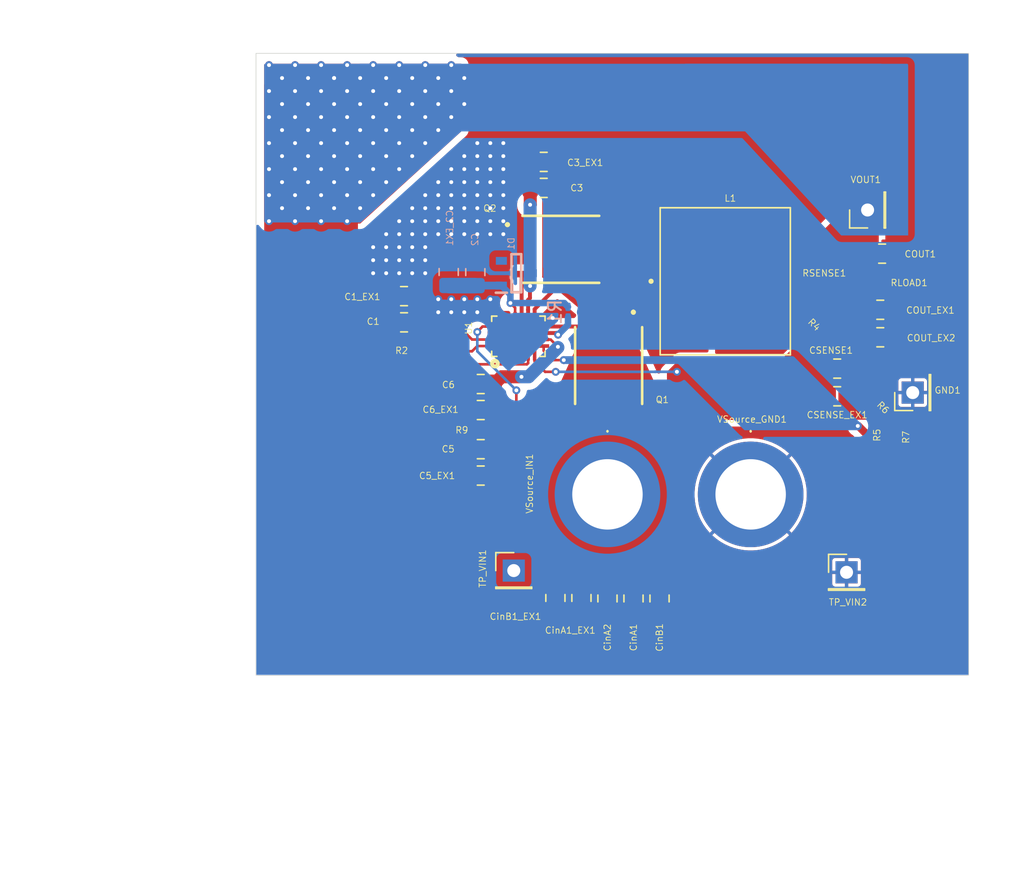
<source format=kicad_pcb>
(kicad_pcb (version 20241229) (generator "pcbnew") (generator_version "9.0")
  (layers (0 "F.Cu" signal) (2 "B.Cu" signal) (13 "F.Paste" user) (15 "B.Paste" user) (5 "F.SilkS" user "F.Silkscreen") (7 "B.SilkS" user "B.Silkscreen") (1 "F.Mask" user) (3 "B.Mask" user) (25 "Edge.Cuts" user))
  (net 0 "")
  (net 1 "/BG")
  (net 2 "Net-(U1-TRACK{slash}SS)")
  (net 3 "GND")
  (net 4 "/INTVCC")
  (net 5 "/SW")
  (net 6 "/BOOST")
  (net 7 "/Vout")
  (net 8 "/SENSE+")
  (net 9 "/VFB")
  (net 10 "/VIN")
  (net 12 "Net-(L1-Pad2)")
  (net 13 "/TG")
  (net 14 "Net-(U1-PGOOD)")
  (net 15 "Net-(U1-FREQ)")
  (net 19 "Net-(C5-Pad2)")
  (net 20 "/ITH")
  (net 21 "Net-(R6-Pad2)")
  (footprint "Capacitor_SMD:C_0805_2012Metric_Pad1.18x1.45mm_HandSolder" (layer "F.Cu") (at 132.104715 124.44316)
    (property "Reference" "C3" (at 2.537616 0.003537 180) (layer "F.SilkS") (effects (font (size 0.5 0.5) (thickness 0.0625))))
    (property "Value" "0.1uF")
    (pad "1" smd roundrect (at -1.0375 0) (size 1.175 1.45) (layers "F.Cu" "F.Mask" "F.Paste") (roundrect_rratio 0.212766) (net 6 "/BOOST"))
    (pad "2" smd roundrect (at 1.0375 0) (size 1.175 1.45) (layers "F.Cu" "F.Mask" "F.Paste") (roundrect_rratio 0.212766) (net 5 "/SW"))
  )
  (footprint "Inductor_SMD:IND_XGL1010-333MED" (layer "F.Cu") (at 146.048346 131.618655)
    (property "Reference" "L1" (at 0.389312 -6.37982 0) (layer "F.SilkS") (effects (font (size 0.5 0.5) (thickness 0.0625))))
    (property "Value" "33uH")
    (pad "1" smd rect (at -3.325 0) (size 2.38 8.5) (layers "F.Cu" "F.Mask" "F.Paste") (net 5 "/SW"))
    (pad "2" smd rect (at 3.325 0) (size 2.38 8.5) (layers "F.Cu" "F.Mask" "F.Paste") (net 12 "Net-(L1-Pad2)"))
  )
  (footprint "Capacitor_SMD:C_0805_2012Metric_Pad1.18x1.45mm_HandSolder" (layer "F.Cu") (at 158.09828 129.49675)
    (property "Reference" "COUT1" (at 2.932663 0.032736 0) (layer "F.SilkS") (effects (font (size 0.5 0.5) (thickness 0.0625))))
    (property "Value" "100uF")
    (pad "1" smd roundrect (at -1.0375 0) (size 1.175 1.45) (layers "F.Cu" "F.Mask" "F.Paste") (roundrect_rratio 0.212766) (net 7 "/Vout"))
    (pad "2" smd roundrect (at 1.0375 0) (size 1.175 1.45) (layers "F.Cu" "F.Mask" "F.Paste") (roundrect_rratio 0.212766) (net 3 "GND"))
  )
  (footprint "Capacitor_SMD:C_0805_2012Metric_Pad1.18x1.45mm_HandSolder" (layer "F.Cu") (at 127.264522 144.52691 180)
    (property "Reference" "C5" (at 2.501513 0.009839 0) (layer "F.SilkS") (effects (font (size 0.5 0.5) (thickness 0.0625))))
    (property "Value" "2.2uF")
    (pad "1" smd roundrect (at -1.0375 0 180) (size 1.175 1.45) (layers "F.Cu" "F.Mask" "F.Paste") (roundrect_rratio 0.212766) (net 3 "GND"))
    (pad "2" smd roundrect (at 1.0375 0 180) (size 1.175 1.45) (layers "F.Cu" "F.Mask" "F.Paste") (roundrect_rratio 0.212766) (net 19 "Net-(C5-Pad2)"))
  )
  (footprint "Resistor_SMD:R_0201_0603Metric_Pad0.64x0.40mm_HandSolder" (layer "F.Cu") (at 152.351396 135.489489 -45)
    (property "Reference" "R4" (at 0 -0.745525 135) (layer "F.SilkS") (effects (font (size 0.5 0.5) (thickness 0.0625))))
    (property "Value" "100Ohm")
    (pad "1" smd roundrect (at -0.4075 0 315) (size 0.635 0.4) (layers "F.Cu" "F.Mask") (net 12 "Net-(L1-Pad2)"))
    (pad "2" smd roundrect (at 0.4075 0 315) (size 0.635 0.4) (layers "F.Cu" "F.Mask") (net 8 "/SENSE+"))
  )
  (footprint "Capacitor_SMD:C_0805_2012Metric_Pad1.18x1.45mm_HandSolder" (layer "F.Cu") (at 127.264522 146.554275 180)
    (property "Reference" "C5_EX1" (at 3.354552 -0.015937 0) (layer "F.SilkS") (effects (font (size 0.5 0.5) (thickness 0.0625))))
    (property "Value" "~")
    (pad "1" smd roundrect (at -1.0375 0 180) (size 1.175 1.45) (layers "F.Cu" "F.Mask" "F.Paste") (roundrect_rratio 0.212766) (net 3 "GND"))
    (pad "2" smd roundrect (at 1.0375 0 180) (size 1.175 1.45) (layers "F.Cu" "F.Mask" "F.Paste") (roundrect_rratio 0.212766) (net 19 "Net-(C5-Pad2)"))
  )
  (footprint "Capacitor_SMD:C_0805_2012Metric_Pad1.18x1.45mm_HandSolder" (layer "F.Cu") (at 157.956693 135.92484 180)
    (property "Reference" "COUT_EX2" (at -3.907825 -0.056635 0) (layer "F.SilkS") (effects (font (size 0.5 0.5) (thickness 0.0625))))
    (property "Value" "~")
    (pad "1" smd roundrect (at -1.0375 0 180) (size 1.175 1.45) (layers "F.Cu" "F.Mask" "F.Paste") (roundrect_rratio 0.212766) (net 3 "GND"))
    (pad "2" smd roundrect (at 1.0375 0 180) (size 1.175 1.45) (layers "F.Cu" "F.Mask" "F.Paste") (roundrect_rratio 0.212766) (net 7 "/Vout"))
  )
  (footprint "Resistor_SMD:R_0201_0603Metric_Pad0.64x0.40mm_HandSolder" (layer "F.Cu") (at 159.143009 143.688321 90)
    (property "Reference" "R5" (at 0.240368 -1.434961 90) (layer "F.SilkS") (effects (font (size 0.5 0.5) (thickness 0.0625))))
    (property "Value" "6.8kOhm")
    (pad "1" smd roundrect (at -0.4075 0 90) (size 0.635 0.4) (layers "F.Cu" "F.Mask") (net 9 "/VFB"))
    (pad "2" smd roundrect (at 0.4075 0 90) (size 0.635 0.4) (layers "F.Cu" "F.Mask") (net 3 "GND"))
  )
  (footprint "Capacitor_SMD:C_0805_2012Metric_Pad1.18x1.45mm_HandSolder" (layer "F.Cu") (at 154.64839 138.332803)
    (property "Reference" "CSENSE1" (at -0.473587 -1.402784 0) (layer "F.SilkS") (effects (font (size 0.5 0.5) (thickness 0.0625))))
    (property "Value" "0.1uF")
    (pad "1" smd roundrect (at -1.0375 0) (size 1.175 1.45) (layers "F.Cu" "F.Mask" "F.Paste") (roundrect_rratio 0.212766) (net 8 "/SENSE+"))
    (pad "2" smd roundrect (at 1.0375 0) (size 1.175 1.45) (layers "F.Cu" "F.Mask" "F.Paste") (roundrect_rratio 0.212766) (net 7 "/Vout"))
  )
  (footprint "Transistor_Power:BSC100N06LS3G" (layer "F.Cu") (at 130.416312 129.165255 -90)
    (property "Reference" "Q2" (at -3.147577 2.447714 0) (layer "F.SilkS") (effects (font (size 0.5 0.5) (thickness 0.0625))))
    (property "Value" "BSC100N06LS3_G" (hide yes))
    (pad "1" smd rect (at -1.905 0 270) (size 0.5 0.85) (layers "F.Cu" "F.Mask" "F.Paste") (net 3 "GND"))
    (pad "2" smd rect (at -0.635 0 270) (size 0.5 0.85) (layers "F.Cu" "F.Mask" "F.Paste") (net 3 "GND"))
    (pad "3" smd rect (at 0.635 0 270) (size 0.5 0.85) (layers "F.Cu" "F.Mask" "F.Paste") (net 3 "GND"))
    (pad "4" smd rect (at 1.905 0 270) (size 0.5 0.85) (layers "F.Cu" "F.Mask" "F.Paste") (net 1 "/BG"))
    (pad "5" smd rect (at 1.905 -5.825 270) (size 0.6 0.8) (layers "F.Cu" "F.Mask" "F.Paste") (net 5 "/SW"))
    (pad "6" smd rect (at 0.635 -5.825 270) (size 0.6 0.8) (layers "F.Cu" "F.Mask" "F.Paste") (net 5 "/SW"))
    (pad "7" smd rect (at -0.635 -5.825 270) (size 0.6 0.8) (layers "F.Cu" "F.Mask" "F.Paste") (net 5 "/SW"))
    (pad "8" smd rect (at -1.905 -5.825 270) (size 0.6 0.8) (layers "F.Cu" "F.Mask" "F.Paste") (net 5 "/SW"))
    (pad "9" smd rect (at 0 -3.55) (size 3.75 4.41) (layers "F.Cu" "F.Mask" "F.Paste") (net 5 "/SW"))
  )
  (footprint "Resistor_SMD:R_0201_0603Metric_Pad0.64x0.40mm_HandSolder" (layer "F.Cu") (at 152.631416 131.747236)
    (property "Reference" "RSENSE1" (at 1.025858 -0.751797 0) (layer "F.SilkS") (effects (font (size 0.5 0.5) (thickness 0.0625))))
    (property "Value" "3mOhm")
    (pad "1" smd roundrect (at -0.4075 0) (size 0.635 0.4) (layers "F.Cu" "F.Mask") (net 12 "Net-(L1-Pad2)"))
    (pad "2" smd roundrect (at 0.4075 0) (size 0.635 0.4) (layers "F.Cu" "F.Mask") (net 7 "/Vout"))
  )
  (footprint "Battery:5754" (layer "F.Cu") (at 137 148 -90)
    (property "Reference" "VSource_IN1" (at -0.819305 5.982941 90) (layer "F.SilkS") (effects (font (size 0.5 0.5) (thickness 0.0625))))
    (property "Value" "575-4" (hide yes))
    (pad "1" thru_hole circle (at 0 0 270) (size 8.115 8.115) (drill 5.41) (layers "*.Cu" "*.Mask") (net 10 "/VIN"))
  )
  (footprint "Capacitor_SMD:C_0805_2012Metric_Pad1.18x1.45mm_HandSolder" (layer "F.Cu") (at 121.370276 132.763151)
    (property "Reference" "C1_EX1" (at -3.196261 0.050005 0) (layer "F.SilkS") (effects (font (size 0.5 0.5) (thickness 0.0625))))
    (property "Value" "~")
    (pad "1" smd roundrect (at -1.0375 0) (size 1.175 1.45) (layers "F.Cu" "F.Mask" "F.Paste") (roundrect_rratio 0.212766) (net 3 "GND"))
    (pad "2" smd roundrect (at 1.0375 0) (size 1.175 1.45) (layers "F.Cu" "F.Mask" "F.Paste") (roundrect_rratio 0.212766) (net 2 "Net-(U1-TRACK{slash}SS)"))
  )
  (footprint "Capacitor_SMD:C_0805_2012Metric_Pad1.18x1.45mm_HandSolder" (layer "F.Cu") (at 132.104715 122.44316 180)
    (property "Reference" "C3_EX1" (at -3.185428 -0.060103 0) (layer "F.SilkS") (effects (font (size 0.5 0.5) (thickness 0.0625))))
    (property "Value" "~")
    (pad "1" smd roundrect (at -1.0375 0 180) (size 1.175 1.45) (layers "F.Cu" "F.Mask" "F.Paste") (roundrect_rratio 0.212766) (net 5 "/SW"))
    (pad "2" smd roundrect (at 1.0375 0 180) (size 1.175 1.45) (layers "F.Cu" "F.Mask" "F.Paste") (roundrect_rratio 0.212766) (net 6 "/BOOST"))
  )
  (footprint "Resistor_SMD:R_0201_0603Metric_Pad0.64x0.40mm_HandSolder" (layer "F.Cu") (at 157.629797 141.841115 -45)
    (property "Reference" "R6" (at 0.023157 -0.744559 135) (layer "F.SilkS") (effects (font (size 0.5 0.5) (thickness 0.0625))))
    (property "Value" "2.7kOhm")
    (pad "1" smd roundrect (at -0.4075 0 315) (size 0.635 0.4) (layers "F.Cu" "F.Mask") (net 7 "/Vout"))
    (pad "2" smd roundrect (at 0.4075 0 315) (size 0.635 0.4) (layers "F.Cu" "F.Mask") (net 21 "Net-(R6-Pad2)"))
  )
  (footprint "Connector_PinHeader_2.54mm:PinHeader_1x01_P2.54mm_Vertical" (layer "F.Cu") (at 156.982531 126.142225 90)
    (property "Reference" "VOUT1" (at 2.331906 -0.139639 0) (layer "F.SilkS") (effects (font (size 0.5 0.5) (thickness 0.0625))))
    (property "Value" "~")
    (pad "1" thru_hole rect (at 0 0 90) (size 1.7 1.7) (drill 1) (layers "*.Cu" "*.Mask") (net 7 "/Vout"))
  )
  (footprint "Library:QFN50P400X300X80-21N" (layer "F.Cu") (at 130.155134 135.848045 90)
    (property "Reference" "U1" (at 0.63619 -3.81714 90) (layer "F.SilkS") (effects (font (size 0.5 0.5) (thickness 0.0625))))
    (property "Value" "LTC7800HUDC_PBF")
    (pad "1" smd rect (at -1.445 -1.25 90) (size 0.84 0.27) (layers "F.Cu" "F.Mask" "F.Paste"))
    (pad "2" smd rect (at -1.445 -0.75 90) (size 0.84 0.27) (layers "F.Cu" "F.Mask" "F.Paste") (net 3 "GND"))
    (pad "3" smd rect (at -1.445 -0.25 90) (size 0.84 0.27) (layers "F.Cu" "F.Mask" "F.Paste") (net 3 "GND"))
    (pad "4" smd rect (at -1.445 0.25 90) (size 0.84 0.27) (layers "F.Cu" "F.Mask" "F.Paste"))
    (pad "5" smd rect (at -1.445 0.75 90) (size 0.84 0.27) (layers "F.Cu" "F.Mask" "F.Paste") (net 7 "/Vout"))
    (pad "6" smd rect (at -1.445 1.25 90) (size 0.84 0.27) (layers "F.Cu" "F.Mask" "F.Paste") (net 8 "/SENSE+"))
    (pad "7" smd rect (at -0.75 1.945 90) (size 0.27 0.84) (layers "F.Cu" "F.Mask" "F.Paste") (net 9 "/VFB"))
    (pad "8" smd rect (at -0.25 1.945 90) (size 0.27 0.84) (layers "F.Cu" "F.Mask" "F.Paste") (net 20 "/ITH"))
    (pad "9" smd rect (at 0.25 1.945 90) (size 0.27 0.84) (layers "F.Cu" "F.Mask" "F.Paste") (net 14 "Net-(U1-PGOOD)"))
    (pad "10" smd rect (at 0.75 1.945 90) (size 0.27 0.84) (layers "F.Cu" "F.Mask" "F.Paste") (net 13 "/TG"))
    (pad "11" smd rect (at 1.445 1.25 90) (size 0.84 0.27) (layers "F.Cu" "F.Mask" "F.Paste") (net 5 "/SW"))
    (pad "12" smd rect (at 1.445 0.75 90) (size 0.84 0.27) (layers "F.Cu" "F.Mask" "F.Paste") (net 6 "/BOOST"))
    (pad "13" smd rect (at 1.445 0.25 90) (size 0.84 0.27) (layers "F.Cu" "F.Mask" "F.Paste") (net 1 "/BG"))
    (pad "14" smd rect (at 1.445 -0.25 90) (size 0.84 0.27) (layers "F.Cu" "F.Mask" "F.Paste") (net 4 "/INTVCC"))
    (pad "15" smd rect (at 1.445 -0.75 90) (size 0.84 0.27) (layers "F.Cu" "F.Mask" "F.Paste") (net 3 "GND"))
    (pad "16" smd rect (at 1.445 -1.25 90) (size 0.84 0.27) (layers "F.Cu" "F.Mask" "F.Paste") (net 3 "GND"))
    (pad "17" smd rect (at 0.75 -1.945 90) (size 0.27 0.84) (layers "F.Cu" "F.Mask" "F.Paste") (net 10 "/VIN"))
    (pad "18" smd rect (at 0.25 -1.945 90) (size 0.27 0.84) (layers "F.Cu" "F.Mask" "F.Paste"))
    (pad "19" smd rect (at -0.25 -1.945 90) (size 0.27 0.84) (layers "F.Cu" "F.Mask" "F.Paste") (net 2 "Net-(U1-TRACK{slash}SS)"))
    (pad "20" smd rect (at -0.75 -1.945 90) (size 0.27 0.84) (layers "F.Cu" "F.Mask" "F.Paste") (net 15 "Net-(U1-FREQ)"))
    (pad "21" smd rect (at 0 0 90) (size 1.65 2.65) (layers "F.Cu" "F.Mask") (net 3 "GND"))
  )
  (footprint "Resistor_SMD:R_0201_0603Metric_Pad0.64x0.40mm_HandSolder" (layer "F.Cu") (at 158.353713 143.688321 -90)
    (property "Reference" "R7" (at -0.082069 -1.57931 90) (layer "F.SilkS") (effects (font (size 0.5 0.5) (thickness 0.0625))))
    (property "Value" "33kOhm")
    (pad "1" smd roundrect (at -0.4075 0 270) (size 0.635 0.4) (layers "F.Cu" "F.Mask") (net 21 "Net-(R6-Pad2)"))
    (pad "2" smd roundrect (at 0.4075 0 270) (size 0.635 0.4) (layers "F.Cu" "F.Mask") (net 9 "/VFB"))
  )
  (footprint "Resistor_SMD:R_0201_0603Metric_Pad0.64x0.40mm_HandSolder" (layer "F.Cu") (at 122.563609 136.967511)
    (property "Reference" "R2" (at -1.375483 -0.018469 0) (layer "F.SilkS") (effects (font (size 0.5 0.5) (thickness 0.0625))))
    (property "Value" "25.5kOhm")
    (pad "1" smd roundrect (at -0.4075 0) (size 0.635 0.4) (layers "F.Cu" "F.Mask") (net 3 "GND"))
    (pad "2" smd roundrect (at 0.4075 0) (size 0.635 0.4) (layers "F.Cu" "F.Mask") (net 15 "Net-(U1-FREQ)"))
  )
  (footprint "Capacitor_SMD:C_0805_2012Metric_Pad1.18x1.45mm_HandSolder" (layer "F.Cu") (at 137 156 -90)
    (property "Reference" "CinA2" (at 3 0 90) (layer "F.SilkS") (effects (font (size 0.5 0.5) (thickness 0.0625))))
    (property "Value" "2.2uF")
    (pad "1" smd roundrect (at -1.0375 0 270) (size 1.175 1.45) (layers "F.Cu" "F.Mask" "F.Paste") (roundrect_rratio 0.212766) (net 10 "/VIN"))
    (pad "2" smd roundrect (at 1.0375 0 270) (size 1.175 1.45) (layers "F.Cu" "F.Mask" "F.Paste") (roundrect_rratio 0.212766) (net 3 "GND"))
  )
  (footprint "Connector_PinHeader_2.54mm:PinHeader_1x01_P2.54mm_Vertical" (layer "F.Cu") (at 129.801819 153.856766)
    (property "Reference" "TP_VIN1" (at -2.389249 -0.149022 90) (layer "F.SilkS") (effects (font (size 0.5 0.5) (thickness 0.0625))))
    (property "Value" "~")
    (pad "1" thru_hole rect (at 0 0) (size 1.7 1.7) (drill 1) (layers "*.Cu" "*.Mask") (net 10 "/VIN"))
  )
  (footprint "Resistor_SMD:R_0201_0603Metric_Pad0.64x0.40mm_HandSolder" (layer "F.Cu") (at 127.264522 143.038117 180)
    (property "Reference" "R9" (at 1.453008 -0.0211 0) (layer "F.SilkS") (effects (font (size 0.5 0.5) (thickness 0.0625))))
    (property "Value" "3.92kOhm")
    (pad "1" smd roundrect (at -0.4075 0 180) (size 0.635 0.4) (layers "F.Cu" "F.Mask") (net 20 "/ITH"))
    (pad "2" smd roundrect (at 0.4075 0 180) (size 0.635 0.4) (layers "F.Cu" "F.Mask") (net 19 "Net-(C5-Pad2)"))
  )
  (footprint "Battery:5754" (layer "F.Cu") (at 148 148 -90)
    (property "Reference" "VSource_GND1" (at -5.767569 -0.101091 180) (layer "F.SilkS") (effects (font (size 0.5 0.5) (thickness 0.0625))))
    (property "Value" "575-4" (hide yes))
    (pad "1" thru_hole circle (at 0 0 270) (size 8.115 8.115) (drill 5.41) (layers "*.Cu" "*.Mask") (net 3 "GND"))
  )
  (footprint "Capacitor_SMD:C_0805_2012Metric_Pad1.18x1.45mm_HandSolder" (layer "F.Cu") (at 121.373188 134.775784)
    (property "Reference" "C1" (at -2.368039 -0.062893 0) (layer "F.SilkS") (effects (font (size 0.5 0.5) (thickness 0.0625))))
    (property "Value" "0.05uF")
    (pad "1" smd roundrect (at -1.0375 0) (size 1.175 1.45) (layers "F.Cu" "F.Mask" "F.Paste") (roundrect_rratio 0.212766) (net 3 "GND"))
    (pad "2" smd roundrect (at 1.0375 0) (size 1.175 1.45) (layers "F.Cu" "F.Mask" "F.Paste") (roundrect_rratio 0.212766) (net 2 "Net-(U1-TRACK{slash}SS)"))
  )
  (footprint "Capacitor_SMD:C_0805_2012Metric_Pad1.18x1.45mm_HandSolder" (layer "F.Cu") (at 127.264522 141.518059)
    (property "Reference" "C6_EX1" (at -3.083715 -0.036625 0) (layer "F.SilkS") (effects (font (size 0.5 0.5) (thickness 0.0625))))
    (property "Value" "~")
    (pad "1" smd roundrect (at -1.0375 0) (size 1.175 1.45) (layers "F.Cu" "F.Mask" "F.Paste") (roundrect_rratio 0.212766) (net 3 "GND"))
    (pad "2" smd roundrect (at 1.0375 0) (size 1.175 1.45) (layers "F.Cu" "F.Mask" "F.Paste") (roundrect_rratio 0.212766) (net 20 "/ITH"))
  )
  (footprint "Capacitor_SMD:C_0805_2012Metric_Pad1.18x1.45mm_HandSolder" (layer "F.Cu") (at 154.64839 140.461028 180)
    (property "Reference" "CSENSE_EX1" (at 0 -1.434757 0) (layer "F.SilkS") (effects (font (size 0.5 0.5) (thickness 0.0625))))
    (property "Value" "~")
    (pad "1" smd roundrect (at -1.0375 0 180) (size 1.175 1.45) (layers "F.Cu" "F.Mask" "F.Paste") (roundrect_rratio 0.212766) (net 7 "/Vout"))
    (pad "2" smd roundrect (at 1.0375 0 180) (size 1.175 1.45) (layers "F.Cu" "F.Mask" "F.Paste") (roundrect_rratio 0.212766) (net 8 "/SENSE+"))
  )
  (footprint "Capacitor_SMD:C_0805_2012Metric_Pad1.18x1.45mm_HandSolder" (layer "F.Cu") (at 127.264522 139.518059)
    (property "Reference" "C6" (at -2.482653 0.058115 0) (layer "F.SilkS") (effects (font (size 0.5 0.5) (thickness 0.0625))))
    (property "Value" "100pF")
    (pad "1" smd roundrect (at -1.0375 0) (size 1.175 1.45) (layers "F.Cu" "F.Mask" "F.Paste") (roundrect_rratio 0.212766) (net 3 "GND"))
    (pad "2" smd roundrect (at 1.0375 0) (size 1.175 1.45) (layers "F.Cu" "F.Mask" "F.Paste") (roundrect_rratio 0.212766) (net 20 "/ITH"))
  )
  (footprint "Capacitor_SMD:C_0805_2012Metric_Pad1.18x1.45mm_HandSolder" (layer "F.Cu") (at 133 155.9625 -90)
    (property "Reference" "CinB1_EX1" (at 1.426303 3.065683 180) (layer "F.SilkS") (effects (font (size 0.5 0.5) (thickness 0.0625))))
    (property "Value" "~")
    (pad "1" smd roundrect (at -1.0375 0 270) (size 1.175 1.45) (layers "F.Cu" "F.Mask" "F.Paste") (roundrect_rratio 0.212766) (net 10 "/VIN"))
    (pad "2" smd roundrect (at 1.0375 0 270) (size 1.175 1.45) (layers "F.Cu" "F.Mask" "F.Paste") (roundrect_rratio 0.212766) (net 3 "GND"))
  )
  (footprint "Capacitor_SMD:C_0805_2012Metric_Pad1.18x1.45mm_HandSolder" (layer "F.Cu") (at 141 156 -90)
    (property "Reference" "CinB1" (at 3 0 90) (layer "F.SilkS") (effects (font (size 0.5 0.5) (thickness 0.0625))))
    (property "Value" "56uF")
    (pad "1" smd roundrect (at -1.0375 0 270) (size 1.175 1.45) (layers "F.Cu" "F.Mask" "F.Paste") (roundrect_rratio 0.212766) (net 10 "/VIN"))
    (pad "2" smd roundrect (at 1.0375 0 270) (size 1.175 1.45) (layers "F.Cu" "F.Mask" "F.Paste") (roundrect_rratio 0.212766) (net 3 "GND"))
  )
  (footprint "Connector_PinHeader_2.54mm:PinHeader_1x01_P2.54mm_Vertical" (layer "F.Cu") (at 160.447591 140.17607 90)
    (property "Reference" "GND1" (at 0.180703 2.686496 0) (layer "F.SilkS") (effects (font (size 0.5 0.5) (thickness 0.0625))))
    (property "Value" "~")
    (pad "1" thru_hole rect (at 0 0 90) (size 1.7 1.7) (drill 1) (layers "*.Cu" "*.Mask") (net 3 "GND"))
  )
  (footprint "Transistor_Power:BSC100N06LS3G" (layer "F.Cu") (at 137.089125 135.097729 180)
    (property "Reference" "Q1" (at -4.125389 -5.625849 0) (layer "F.SilkS") (effects (font (size 0.5 0.5) (thickness 0.0625))))
    (property "Value" "BSC100N06LS3_G" (hide yes))
    (pad "1" smd rect (at -1.905 0 180) (size 0.5 0.85) (layers "F.Cu" "F.Mask" "F.Paste") (net 5 "/SW"))
    (pad "2" smd rect (at -0.635 0 180) (size 0.5 0.85) (layers "F.Cu" "F.Mask" "F.Paste") (net 5 "/SW"))
    (pad "3" smd rect (at 0.635 0 180) (size 0.5 0.85) (layers "F.Cu" "F.Mask" "F.Paste") (net 5 "/SW"))
    (pad "4" smd rect (at 1.905 0 180) (size 0.5 0.85) (layers "F.Cu" "F.Mask" "F.Paste") (net 13 "/TG"))
    (pad "5" smd rect (at 1.905 -5.825 180) (size 0.6 0.8) (layers "F.Cu" "F.Mask" "F.Paste") (net 10 "/VIN"))
    (pad "6" smd rect (at 0.635 -5.825 180) (size 0.6 0.8) (layers "F.Cu" "F.Mask" "F.Paste") (net 10 "/VIN"))
    (pad "7" smd rect (at -0.635 -5.825 180) (size 0.6 0.8) (layers "F.Cu" "F.Mask" "F.Paste") (net 10 "/VIN"))
    (pad "8" smd rect (at -1.905 -5.825 180) (size 0.6 0.8) (layers "F.Cu" "F.Mask" "F.Paste") (net 10 "/VIN"))
    (pad "9" smd rect (at 0 -3.55 270) (size 3.75 4.41) (layers "F.Cu" "F.Mask" "F.Paste") (net 10 "/VIN"))
  )
  (footprint "Capacitor_SMD:C_0805_2012Metric_Pad1.18x1.45mm_HandSolder" (layer "F.Cu") (at 157.956693 133.810461 180)
    (property "Reference" "COUT_EX1" (at -3.851189 -0.037757 0) (layer "F.SilkS") (effects (font (size 0.5 0.5) (thickness 0.0625))))
    (property "Value" "~")
    (pad "1" smd roundrect (at -1.0375 0 180) (size 1.175 1.45) (layers "F.Cu" "F.Mask" "F.Paste") (roundrect_rratio 0.212766) (net 3 "GND"))
    (pad "2" smd roundrect (at 1.0375 0 180) (size 1.175 1.45) (layers "F.Cu" "F.Mask" "F.Paste") (roundrect_rratio 0.212766) (net 7 "/Vout"))
  )
  (footprint "Capacitor_SMD:C_0805_2012Metric_Pad1.18x1.45mm_HandSolder" (layer "F.Cu") (at 135 155.9625 90)
    (property "Reference" "CinA1_EX1" (at -2.487797 -0.857616 0) (layer "F.SilkS") (effects (font (size 0.5 0.5) (thickness 0.0625))))
    (property "Value" "~")
    (pad "1" smd roundrect (at -1.0375 0 90) (size 1.175 1.45) (layers "F.Cu" "F.Mask" "F.Paste") (roundrect_rratio 0.212766) (net 3 "GND"))
    (pad "2" smd roundrect (at 1.0375 0 90) (size 1.175 1.45) (layers "F.Cu" "F.Mask" "F.Paste") (roundrect_rratio 0.212766) (net 10 "/VIN"))
  )
  (footprint "Capacitor_SMD:C_0805_2012Metric_Pad1.18x1.45mm_HandSolder" (layer "F.Cu") (at 139 156 -90)
    (property "Reference" "CinA1" (at 3 0 90) (layer "F.SilkS") (effects (font (size 0.5 0.5) (thickness 0.0625))))
    (property "Value" "2.2uF")
    (pad "1" smd roundrect (at -1.0375 0 270) (size 1.175 1.45) (layers "F.Cu" "F.Mask" "F.Paste") (roundrect_rratio 0.212766) (net 10 "/VIN"))
    (pad "2" smd roundrect (at 1.0375 0 270) (size 1.175 1.45) (layers "F.Cu" "F.Mask" "F.Paste") (roundrect_rratio 0.212766) (net 3 "GND"))
  )
  (footprint "Connector_PinHeader_2.54mm:PinHeader_1x01_P2.54mm_Vertical" (layer "F.Cu") (at 155.365514 153.98934)
    (property "Reference" "TP_VIN2" (at 0.109127 2.300472 0) (layer "F.SilkS") (effects (font (size 0.5 0.5) (thickness 0.0625))))
    (property "Value" "~")
    (pad "1" thru_hole rect (at 0 0) (size 1.7 1.7) (drill 1) (layers "*.Cu" "*.Mask") (net 3 "GND"))
  )
  (footprint "Resistor_SMD:R_0201_0603Metric_Pad0.64x0.40mm_HandSolder" (layer "F.Cu") (at 157.956693 131.745663)
    (property "Reference" "RLOAD1" (at 2.218627 -0.00957 0) (layer "F.SilkS") (effects (font (size 0.5 0.5) (thickness 0.0625))))
    (property "Value" "5Ohm")
    (pad "1" smd roundrect (at -0.4075 0) (size 0.635 0.4) (layers "F.Cu" "F.Mask") (net 7 "/Vout"))
    (pad "2" smd roundrect (at 0.4075 0) (size 0.635 0.4) (layers "F.Cu" "F.Mask") (net 3 "GND"))
  )
  (footprint "Capacitor_SMD:C_0805_2012Metric_Pad1.18x1.45mm_HandSolder" (layer "B.Cu") (at 126.847879 130.91655 -90)
    (property "Reference" "C2" (at -2.498638 0.03432 90) (layer "B.SilkS") (effects (font (size 0.5 0.5) (thickness 0.0625)) (justify mirror)))
    (property "Value" "2.2uF")
    (pad "1" smd roundrect (at -1.0375 0 270) (size 1.175 1.45) (layers "B.Cu" "B.Mask" "B.Paste") (roundrect_rratio 0.212766) (net 3 "GND"))
    (pad "2" smd roundrect (at 1.0375 0 270) (size 1.175 1.45) (layers "B.Cu" "B.Mask" "B.Paste") (roundrect_rratio 0.212766) (net 4 "/INTVCC"))
  )
  (footprint "Capacitor_SMD:C_0805_2012Metric_Pad1.18x1.45mm_HandSolder" (layer "B.Cu") (at 124.802858 130.906538 90)
    (property "Reference" "C2_EX1" (at 3.382327 0.082187 90) (layer "B.SilkS") (effects (font (size 0.5 0.5) (thickness 0.0625)) (justify mirror)))
    (property "Value" "~")
    (pad "1" smd roundrect (at -1.0375 0 90) (size 1.175 1.45) (layers "B.Cu" "B.Mask" "B.Paste") (roundrect_rratio 0.212766) (net 4 "/INTVCC"))
    (pad "2" smd roundrect (at 1.0375 0 90) (size 1.175 1.45) (layers "B.Cu" "B.Mask" "B.Paste") (roundrect_rratio 0.212766) (net 3 "GND"))
  )
  (footprint "Diode_SMD:SOT95P230X109-3N" (layer "B.Cu") (at 130 131)
    (property "Reference" "D1" (at -0.395146 -2.26878 90) (layer "B.SilkS") (effects (font (size 0.5 0.5) (thickness 0.0625)) (justify mirror)))
    (property "Value" "CMPD6001_TR_PBFREE" (hide yes))
    (pad "1" smd rect (at -1.15 0.95 270) (size 0.6 0.85) (layers "B.Cu" "B.Mask" "B.Paste") (net 4 "/INTVCC"))
    (pad "2" smd rect (at -1.15 -0.95 270) (size 0.6 0.85) (layers "B.Cu" "B.Mask" "B.Paste"))
    (pad "3" smd rect (at 1.15 0 270) (size 0.6 0.85) (layers "B.Cu" "B.Mask" "B.Paste") (net 6 "/BOOST"))
  )
  (footprint "Resistor_SMD:R_0201_0603Metric_Pad0.64x0.40mm_HandSolder" (layer "B.Cu") (at 133.966857 133.993281 90)
    (property "Reference" "R1" (at 0 -1 90) (layer "B.SilkS") (effects (justify mirror)))
    (property "Value" "100kOhm")
    (pad "1" smd roundrect (at -0.4075 0 90) (size 0.635 0.4) (layers "B.Cu" "B.Mask") (net 14 "Net-(U1-PGOOD)"))
    (pad "2" smd roundrect (at 0.4075 0 90) (size 0.635 0.4) (layers "B.Cu" "B.Mask") (net 4 "/INTVCC"))
  )
  (gr_poly (pts (xy 136.555899 121.448608) (xy 136.779808 121.66387) (xy 137.260265 131.288135) (xy 132.086998 131.270555) (xy 132.086999 121.464545) (xy 133.724117 121.449701)) (stroke (width 0.2)) (fill yes) (layer "F.Cu") (net 5))
  (gr_poly (pts (xy 158.141698 128.510579) (xy 158.141698 136.829212) (xy 160.056844 136.829212) (xy 160.056844 128.510579)) (stroke (width 0.2)) (fill yes) (layer "F.Cu") (net 3))
  (gr_poly (pts (xy 129.432253 136.596089) (xy 129.432253 137.596089) (xy 129.837387 137.601108) (xy 129.83426 136.596089)) (stroke (width 0.2)) (fill yes) (layer "F.Cu") (net 3))
  (gr_poly (pts (xy 110.730359 116.517721) (xy 110.730359 153.517721) (xy 117.730359 153.517721) (xy 117.730359 116.517721)) (stroke (width 0.2)) (fill yes) (layer "F.Cu") (net 7))
  (gr_poly (pts (xy 135.743949 135.749656) (xy 135.716651 121.446673) (xy 140.102834 121.470384) (xy 143.870182 125.256474) (xy 143.84871 135.820898) (xy 135.744861 135.818931)) (stroke (width 0.2)) (fill yes) (layer "F.Cu") (net 5))
  (gr_poly (pts (xy 135.978304 134.538337) (xy 132.086998 131.270555) (xy 136.016061 131.266084) (xy 136.011865 134.538337)) (stroke (width 0.2)) (fill yes) (layer "F.Cu") (net 5))
  (gr_poly (pts (xy 110.730359 115) (xy 125.730359 115) (xy 125.730359 120) (xy 117.967825 127.086351) (xy 110.730359 127)) (stroke (width 0.2)) (fill yes) (layer "F.Cu") (net 7))
  (gr_poly (pts (xy 133.680461 155.67808) (xy 128 155.67808) (xy 128 152) (xy 133.645471 145.728505)) (stroke (width 0.2)) (fill yes) (layer "F.Cu") (net 10))
  (gr_poly (pts (xy 145.367514 126.370709) (xy 145.367514 137.09363) (xy 145.386392 137.112508) (xy 150.464678 137.112508) (xy 152.383024 135.194162) (xy 152.383024 128.515597) (xy 150.2376 126.370173) (xy 145.36805 126.370173)) (stroke (width 0.2)) (fill yes) (layer "F.Cu") (net 12))
  (gr_poly (pts (xy 134.710568 136.716955) (xy 139.28913 136.711072) (xy 142.092171 142.925733) (xy 142 155.633247) (xy 131.817612 155.67808) (xy 131.844028 143.064504)) (stroke (width 0.2)) (fill yes) (layer "F.Cu") (net 10))
  (gr_poly (pts (xy 157.747698 126.483971) (xy 157.708427 137.151462) (xy 154.838903 137.151462) (xy 152.875483 135.188042) (xy 152.875483 128.546224) (xy 156.081118 125.337712) (xy 157.968492 125.338787) (xy 157.960242 126.149387)) (stroke (width 0.2)) (fill yes) (layer "F.Cu") (net 7))
  (gr_poly (pts (xy 119 131.925262) (xy 119 137.234419) (xy 122.41644 137.297408) (xy 122.410179 136.758298) (xy 120.753748 135.25484) (xy 120.747684 131.925262)) (stroke (width 0.2)) (fill yes) (layer "F.Cu") (net 3))
  (gr_poly (pts (xy 150.388081 137.696639) (xy 142.590314 137.696639) (xy 141.66801 138.618943) (xy 141.668011 140.107736) (xy 142.578222 142.180623) (xy 150.388081 142.180623)) (stroke (width 0.2)) (fill yes) (layer "F.Cu") (net 8))
  (gr_poly (pts (xy 129 134) (xy 129 135) (xy 129.405134 135.005019) (xy 129.402007 134)) (stroke (width 0.2)) (fill yes) (layer "F.Cu") (net 3))
  (gr_poly (pts (xy 154.838903 137.151462) (xy 154.838903 142.159355) (xy 157.126165 142.159355) (xy 157.956668 141.328852) (xy 157.956668 137.151462)) (stroke (width 0.2)) (fill yes) (layer "F.Cu") (net 7))
  (gr_poly (pts (xy 152.575841 135.556989) (xy 154.449884 137.431032) (xy 154.449884 140.252282) (xy 154.449884 142.180623) (xy 150.388081 142.180623) (xy 150.388081 137.744749) (xy 150.857583 137.275247) (xy 150.857583 137.275247)) (stroke (width 0.2)) (fill yes) (layer "F.Cu") (net 8))
  (gr_poly (pts (xy 143 115) (xy 160 115) (xy 160 128) (xy 155 128)) (stroke (width 0.2)) (fill yes) (layer "B.Cu") (net 7))
  (gr_poly (pts (xy 110.730359 115) (xy 125.730359 115) (xy 125.730359 120) (xy 118 127) (xy 110.730359 127)) (stroke (width 0.2)) (fill yes) (layer "B.Cu") (net 7))
  (gr_poly (pts (xy 118 115) (xy 118 120) (xy 158 120) (xy 158 115)) (stroke (width 0.2)) (fill yes) (layer "B.Cu") (net 7))
  (gr_poly (pts (xy 142.315321 137.721959) (xy 147.562724 142.969362) (xy 156.30288 142.969362) (xy 156.381177 142.891065) (xy 151.212071 137.721959)) (stroke (width 0.2)) (fill yes) (layer "B.Cu") (net 9))
  (gr_rect (start 110 114.1) (end 164.75 161.9) (stroke (width 0.05)) (fill no) (layer "Edge.Cuts"))
  (segment (start 130.405134 134.403045) (end 130.405134 131.081433) (width 0.3) (layer "F.Cu") (net 1))
  (segment (start 130.416312 131.070255) (end 130.416312 131.375609) (width 0.2) (layer "F.Cu") (net 1))
  (segment (start 130.416312 131.375609) (end 130.420426 131.379723) (width 0.2) (layer "F.Cu") (net 1))
  (segment (start 130.405134 131.081433) (end 130.416312 131.070255) (width 0.3) (layer "F.Cu") (net 1))
  (segment (start 122.578113 134.943209) (end 122.410688 134.775784) (width 0.2) (layer "F.Cu") (net 2))
  (segment (start 122.407776 134.772872) (end 122.410688 134.775784) (width 0.2) (layer "F.Cu") (net 2))
  (segment (start 122.407776 132.763151) (end 122.407776 134.772872) (width 1.397) (layer "F.Cu") (net 2))
  (segment (start 125.27255 134.775784) (end 122.410688 134.775784) (width 0.2) (layer "F.Cu") (net 2))
  (segment (start 128.210134 136.098045) (end 126.594811 136.098045) (width 0.2) (layer "F.Cu") (net 2))
  (segment (start 126.594811 136.098045) (end 125.27255 134.775784) (width 0.2) (layer "F.Cu") (net 2))
  (segment (start 129.405134 137.293045) (end 129.405134 136.598045) (width 0.2) (layer "F.Cu") (net 3))
  (segment (start 129.217134 135.848045) (end 130.155134 135.848045) (width 0.2) (layer "F.Cu") (net 3))
  (segment (start 129.405134 135.098045) (end 130.155134 135.848045) (width 0.2) (layer "F.Cu") (net 3))
  (segment (start 129.405134 134.403045) (end 129.405134 135.098045) (width 0.2) (layer "F.Cu") (net 3))
  (segment (start 129.905134 137.293045) (end 129.905134 136.098045) (width 0.2) (layer "F.Cu") (net 3))
  (segment (start 130.155134 135.653045) (end 130.155134 135.848045) (width 0.2) (layer "F.Cu") (net 3))
  (segment (start 128.905134 135.536045) (end 129.217134 135.848045) (width 0.2) (layer "F.Cu") (net 3))
  (segment (start 129.905134 136.098045) (end 130.155134 135.848045) (width 0.2) (layer "F.Cu") (net 3))
  (segment (start 128.905134 134.403045) (end 128.905134 135.536045) (width 0.2) (layer "F.Cu") (net 3))
  (segment (start 129.405134 136.598045) (end 130.155134 135.848045) (width 0.2) (layer "F.Cu") (net 3))
  (via (at 129 124) (size 0.6) (drill 0.3) (layers "F.Cu" "B.Cu") (net 3))
  (via (at 122 126) (size 0.6) (drill 0.3) (layers "F.Cu" "B.Cu") (net 3))
  (via (at 128 122) (size 0.6) (drill 0.3) (layers "F.Cu" "B.Cu") (net 3))
  (via (at 126 134) (size 0.6) (drill 0.3) (layers "F.Cu" "B.Cu") (net 3))
  (via (at 121 131) (size 0.6) (drill 0.3) (layers "F.Cu" "B.Cu") (net 3))
  (via (at 127 133) (size 0.6) (drill 0.3) (layers "F.Cu" "B.Cu") (net 3))
  (via (at 125 128) (size 0.6) (drill 0.3) (layers "F.Cu" "B.Cu") (net 3))
  (via (at 123 129) (size 0.6) (drill 0.3) (layers "F.Cu" "B.Cu") (net 3))
  (via (at 123 131) (size 0.6) (drill 0.3) (layers "F.Cu" "B.Cu") (net 3))
  (via (at 123 127) (size 0.6) (drill 0.3) (layers "F.Cu" "B.Cu") (net 3))
  (via (at 126 125) (size 0.6) (drill 0.3) (layers "F.Cu" "B.Cu") (net 3))
  (via (at 119 131) (size 0.6) (drill 0.3) (layers "F.Cu" "B.Cu") (net 3))
  (via (at 123 125) (size 0.6) (drill 0.3) (layers "F.Cu" "B.Cu") (net 3))
  (via (at 126 123) (size 0.6) (drill 0.3) (layers "F.Cu" "B.Cu") (net 3))
  (via (at 124 127) (size 0.6) (drill 0.3) (layers "F.Cu" "B.Cu") (net 3))
  (via (at 127 134) (size 0.6) (drill 0.3) (layers "F.Cu" "B.Cu") (net 3))
  (via (at 126 122) (size 0.6) (drill 0.3) (layers "F.Cu" "B.Cu") (net 3))
  (via (at 128 126) (size 0.6) (drill 0.3) (layers "F.Cu" "B.Cu") (net 3))
  (via (at 122 127) (size 0.6) (drill 0.3) (layers "F.Cu" "B.Cu") (net 3))
  (via (at 125 124) (size 0.6) (drill 0.3) (layers "F.Cu" "B.Cu") (net 3))
  (via (at 128 128) (size 0.6) (drill 0.3) (layers "F.Cu" "B.Cu") (net 3))
  (via (at 129 122) (size 0.6) (drill 0.3) (layers "F.Cu" "B.Cu") (net 3))
  (via (at 127 126) (size 0.6) (drill 0.3) (layers "F.Cu" "B.Cu") (net 3))
  (via (at 125 133) (size 0.6) (drill 0.3) (layers "F.Cu" "B.Cu") (net 3))
  (via (at 129 127) (size 0.6) (drill 0.3) (layers "F.Cu" "B.Cu") (net 3))
  (via (at 121 130) (size 0.6) (drill 0.3) (layers "F.Cu" "B.Cu") (net 3))
  (via (at 124 124) (size 0.6) (drill 0.3) (layers "F.Cu" "B.Cu") (net 3))
  (via (at 127 125) (size 0.6) (drill 0.3) (layers "F.Cu" "B.Cu") (net 3))
  (via (at 128 127) (size 0.6) (drill 0.3) (layers "F.Cu" "B.Cu") (net 3))
  (via (at 127 127) (size 0.6) (drill 0.3) (layers "F.Cu" "B.Cu") (net 3))
  (via (at 128 133) (size 0.6) (drill 0.3) (layers "F.Cu" "B.Cu") (net 3))
  (via (at 129 128) (size 0.6) (drill 0.3) (layers "F.Cu" "B.Cu") (net 3))
  (via (at 123 126) (size 0.6) (drill 0.3) (layers "F.Cu" "B.Cu") (net 3))
  (via (at 127 128) (size 0.6) (drill 0.3) (layers "F.Cu" "B.Cu") (net 3))
  (via (at 127 121) (size 0.6) (drill 0.3) (layers "F.Cu" "B.Cu") (net 3))
  (via (at 128 123) (size 0.6) (drill 0.3) (layers "F.Cu" "B.Cu") (net 3))
  (via (at 127 124) (size 0.6) (drill 0.3) (layers "F.Cu" "B.Cu") (net 3))
  (via (at 124 125) (size 0.6) (drill 0.3) (layers "F.Cu" "B.Cu") (net 3))
  (via (at 124 126) (size 0.6) (drill 0.3) (layers "F.Cu" "B.Cu") (net 3))
  (via (at 121 129) (size 0.6) (drill 0.3) (layers "F.Cu" "B.Cu") (net 3))
  (via (at 128 121) (size 0.6) (drill 0.3) (layers "F.Cu" "B.Cu") (net 3))
  (via (at 129 125) (size 0.6) (drill 0.3) (layers "F.Cu" "B.Cu") (net 3))
  (via (at 126 124) (size 0.6) (drill 0.3) (layers "F.Cu" "B.Cu") (net 3))
  (via (at 125 125) (size 0.6) (drill 0.3) (layers "F.Cu" "B.Cu") (net 3))
  (via (at 124 128) (size 0.6) (drill 0.3) (layers "F.Cu" "B.Cu") (net 3))
  (via (at 127 123) (size 0.6) (drill 0.3) (layers "F.Cu" "B.Cu") (net 3))
  (via (at 122 129) (size 0.6) (drill 0.3) (layers "F.Cu" "B.Cu") (net 3))
  (via (at 122 131) (size 0.6) (drill 0.3) (layers "F.Cu" "B.Cu") (net 3))
  (via (at 123 128) (size 0.6) (drill 0.3) (layers "F.Cu" "B.Cu") (net 3))
  (via (at 125 127) (size 0.6) (drill 0.3) (layers "F.Cu" "B.Cu") (net 3))
  (via (at 126 127) (size 0.6) (drill 0.3) (layers "F.Cu" "B.Cu") (net 3))
  (via (at 127 122) (size 0.6) (drill 0.3) (layers "F.Cu" "B.Cu") (net 3))
  (via (at 124 133) (size 0.6) (drill 0.3) (layers "F.Cu" "B.Cu") (net 3))
  (via (at 121 128) (size 0.6) (drill 0.3) (layers "F.Cu" "B.Cu") (net 3))
  (via (at 126 128) (size 0.6) (drill 0.3) (layers "F.Cu" "B.Cu") (net 3))
  (via (at 122 130) (size 0.6) (drill 0.3) (layers "F.Cu" "B.Cu") (net 3))
  (via (at 124 134) (size 0.6) (drill 0.3) (layers "F.Cu" "B.Cu") (net 3))
  (via (at 120 131) (size 0.6) (drill 0.3) (layers "F.Cu" "B.Cu") (net 3))
  (via (at 129 123) (size 0.6) (drill 0.3) (layers "F.Cu" "B.Cu") (net 3))
  (via (at 119 130) (size 0.6) (drill 0.3) (layers "F.Cu" "B.Cu") (net 3))
  (via (at 126 133) (size 0.6) (drill 0.3) (layers "F.Cu" "B.Cu") (net 3))
  (via (at 129 126) (size 0.6) (drill 0.3) (layers "F.Cu" "B.Cu") (net 3))
  (via (at 122 128) (size 0.6) (drill 0.3) (layers "F.Cu" "B.Cu") (net 3))
  (via (at 121 127) (size 0.6) (drill 0.3) (layers "F.Cu" "B.Cu") (net 3))
  (via (at 132.791643 134.441604) (size 0.6) (drill 0.3) (layers "F.Cu" "B.Cu") (net 3))
  (via (at 119 129) (size 0.6) (drill 0.3) (layers "F.Cu" "B.Cu") (net 3))
  (via (at 125 126) (size 0.6) (drill 0.3) (layers "F.Cu" "B.Cu") (net 3))
  (via (at 123 130) (size 0.6) (drill 0.3) (layers "F.Cu" "B.Cu") (net 3))
  (via (at 128 124) (size 0.6) (drill 0.3) (layers "F.Cu" "B.Cu") (net 3))
  (via (at 129 121) (size 0.6) (drill 0.3) (layers "F.Cu" "B.Cu") (net 3))
  (via (at 125 134) (size 0.6) (drill 0.3) (layers "F.Cu" "B.Cu") (net 3))
  (via (at 120 130) (size 0.6) (drill 0.3) (layers "F.Cu" "B.Cu") (net 3))
  (via (at 126 126) (size 0.6) (drill 0.3) (layers "F.Cu" "B.Cu") (net 3))
  (via (at 120 128) (size 0.6) (drill 0.3) (layers "F.Cu" "B.Cu") (net 3))
  (via (at 125 123) (size 0.6) (drill 0.3) (layers "F.Cu" "B.Cu") (net 3))
  (via (at 128 125) (size 0.6) (drill 0.3) (layers "F.Cu" "B.Cu") (net 3))
  (via (at 120 129) (size 0.6) (drill 0.3) (layers "F.Cu" "B.Cu") (net 3))
  (segment (start 129.905134 134.403045) (end 129.905134 133.656806) (width 0.2) (layer "F.Cu") (net 4))
  (segment (start 129.905134 133.656806) (end 129.541546 133.293218) (width 0.2) (layer "F.Cu") (net 4))
  (via (at 129.541546 133.293218) (size 0.6) (drill 0.3) (layers "F.Cu" "B.Cu") (net 4))
  (segment (start 126.789457 131.95405) (end 124.871292 131.95405) (width 1.2) (layer "B.Cu") (net 4))
  (segment (start 133.674294 133.293218) (end 133.966857 133.585781) (width 0.5) (layer "B.Cu") (net 4))
  (segment (start 128.85 131.95) (end 126.851929 131.95) (width 0.6) (layer "B.Cu") (net 4))
  (segment (start 129.541546 133.293218) (end 129.541546 132.641546) (width 0.5) (layer "B.Cu") (net 4))
  (segment (start 129.541546 132.641546) (end 128.85 131.95) (width 0.5) (layer "B.Cu") (net 4))
  (segment (start 129.541546 133.293218) (end 133.674294 133.293218) (width 0.5) (layer "B.Cu") (net 4))
  (segment (start 124.842081 131.983261) (end 124.802858 131.944038) (width 1) (layer "B.Cu") (net 4))
  (segment (start 126.851929 131.95) (end 126.818668 131.983261) (width 0.2) (layer "B.Cu") (net 4))
  (segment (start 131.405134 133.76355) (end 133.970426 131.198258) (width 0.3) (layer "F.Cu") (net 5))
  (segment (start 131.405134 134.403045) (end 131.405134 133.76355) (width 0.3) (layer "F.Cu") (net 5))
  (segment (start 133.970426 129.169369) (end 133.966312 129.165255) (width 0.3) (layer "F.Cu") (net 5))
  (segment (start 133.970426 131.198258) (end 133.970426 129.169369) (width 0.3) (layer "F.Cu") (net 5))
  (segment (start 131.055754 131.981697) (end 131.04418 131.993271) (width 0.2) (layer "F.Cu") (net 6))
  (segment (start 130.905134 134.403045) (end 130.905134 133.814361) (width 0.3) (layer "F.Cu") (net 6))
  (segment (start 131.067215 125.729238) (end 131.067215 122.44316) (width 1) (layer "F.Cu") (net 6))
  (segment (start 130.904661 133.813888) (end 130.904661 133.049882) (width 0.3) (layer "F.Cu") (net 6))
  (segment (start 130.904661 133.049882) (end 131.04418 132.910363) (width 0.3) (layer "F.Cu") (net 6))
  (segment (start 131.055754 125.740699) (end 131.067215 125.729238) (width 1) (layer "F.Cu") (net 6))
  (segment (start 131.04418 132.910363) (end 131.04418 131.993271) (width 0.3) (layer "F.Cu") (net 6))
  (segment (start 130.905134 133.814361) (end 130.904661 133.813888) (width 0.3) (layer "F.Cu") (net 6))
  (via (at 131.055754 131.981697) (size 0.6) (drill 0.3) (layers "F.Cu" "B.Cu") (net 6))
  (via (at 131.055754 125.740699) (size 0.6) (drill 0.3) (layers "F.Cu" "B.Cu") (net 6))
  (segment (start 131.100984 132.075161) (end 131.100984 132.076113) (width 0.2) (layer "B.Cu") (net 6))
  (segment (start 131.055754 125.740699) (end 131.055754 131.981697) (width 1) (layer "B.Cu") (net 6))
  (segment (start 131.125101 132.051044) (end 131.100984 132.075161) (width 0.2) (layer "B.Cu") (net 6))
  (segment (start 130.818179 138) (end 117.212638 138) (width 0.2) (layer "F.Cu") (net 7))
  (segment (start 130.905134 137.293045) (end 130.905134 137.913045) (width 0.2) (layer "F.Cu") (net 7))
  (segment (start 130.905134 137.913045) (end 130.818179 138) (width 0.2) (layer "F.Cu") (net 7))
  (via (at 116 120) (size 0.6) (drill 0.3) (layers "F.Cu" "B.Cu") (net 7))
  (via (at 117 115) (size 0.6) (drill 0.3) (layers "F.Cu" "B.Cu") (net 7))
  (via (at 114 122) (size 0.6) (drill 0.3) (layers "F.Cu" "B.Cu") (net 7))
  (via (at 123 117) (size 0.6) (drill 0.3) (layers "F.Cu" "B.Cu") (net 7))
  (via (at 126 118) (size 0.6) (drill 0.3) (layers "F.Cu" "B.Cu") (net 7))
  (via (at 114 120) (size 0.6) (drill 0.3) (layers "F.Cu" "B.Cu") (net 7))
  (via (at 111 117) (size 0.6) (drill 0.3) (layers "F.Cu" "B.Cu") (net 7))
  (via (at 116 116) (size 0.6) (drill 0.3) (layers "F.Cu" "B.Cu") (net 7))
  (via (at 112 126) (size 0.6) (drill 0.3) (layers "F.Cu" "B.Cu") (net 7))
  (via (at 122 120) (size 0.6) (drill 0.3) (layers "F.Cu" "B.Cu") (net 7))
  (via (at 117 119) (size 0.6) (drill 0.3) (layers "F.Cu" "B.Cu") (net 7))
  (via (at 122 118) (size 0.6) (drill 0.3) (layers "F.Cu" "B.Cu") (net 7))
  (via (at 116 122) (size 0.6) (drill 0.3) (layers "F.Cu" "B.Cu") (net 7))
  (via (at 113 117) (size 0.6) (drill 0.3) (layers "F.Cu" "B.Cu") (net 7))
  (via (at 119 121) (size 0.6) (drill 0.3) (layers "F.Cu" "B.Cu") (net 7))
  (via (at 115 115) (size 0.6) (drill 0.3) (layers "F.Cu" "B.Cu") (net 7))
  (via (at 112 116) (size 0.6) (drill 0.3) (layers "F.Cu" "B.Cu") (net 7))
  (via (at 113 115) (size 0.6) (drill 0.3) (layers "F.Cu" "B.Cu") (net 7))
  (via (at 124 118) (size 0.6) (drill 0.3) (layers "F.Cu" "B.Cu") (net 7))
  (via (at 115 123) (size 0.6) (drill 0.3) (layers "F.Cu" "B.Cu") (net 7))
  (via (at 111 121) (size 0.6) (drill 0.3) (layers "F.Cu" "B.Cu") (net 7))
  (via (at 111 115) (size 0.6) (drill 0.3) (layers "F.Cu" "B.Cu") (net 7))
  (via (at 123 119) (size 0.6) (drill 0.3) (layers "F.Cu" "B.Cu") (net 7))
  (via (at 118 124) (size 0.6) (drill 0.3) (layers "F.Cu" "B.Cu") (net 7))
  (via (at 113 119) (size 0.6) (drill 0.3) (layers "F.Cu" "B.Cu") (net 7))
  (via (at 114 116) (size 0.6) (drill 0.3) (layers "F.Cu" "B.Cu") (net 7))
  (via (at 111 123) (size 0.6) (drill 0.3) (layers "F.Cu" "B.Cu") (net 7))
  (via (at 116 118) (size 0.6) (drill 0.3) (layers "F.Cu" "B.Cu") (net 7))
  (via (at 124 116) (size 0.6) (drill 0.3) (layers "F.Cu" "B.Cu") (net 7))
  (via (at 126 116) (size 0.6) (drill 0.3) (layers "F.Cu" "B.Cu") (net 7))
  (via (at 118 118) (size 0.6) (drill 0.3) (layers "F.Cu" "B.Cu") (net 7))
  (via (at 120 118) (size 0.6) (drill 0.3) (layers "F.Cu" "B.Cu") (net 7))
  (via (at 121 123) (size 0.6) (drill 0.3) (layers "F.Cu" "B.Cu") (net 7))
  (via (at 121 119) (size 0.6) (drill 0.3) (layers "F.Cu" "B.Cu") (net 7))
  (via (at 111 125) (size 0.6) (drill 0.3) (layers "F.Cu" "B.Cu") (net 7))
  (via (at 119 115) (size 0.6) (drill 0.3) (layers "F.Cu" "B.Cu") (net 7))
  (via (at 118 122) (size 0.6) (drill 0.3) (layers "F.Cu" "B.Cu") (net 7))
  (via (at 117 125) (size 0.6) (drill 0.3) (layers "F.Cu" "B.Cu") (net 7))
  (via (at 122 116) (size 0.6) (drill 0.3) (layers "F.Cu" "B.Cu") (net 7))
  (via (at 116 116) (size 0.6) (drill 0.3) (layers "F.Cu" "B.Cu") (net 7))
  (via (at 115 121) (size 0.6) (drill 0.3) (layers "F.Cu" "B.Cu") (net 7))
  (via (at 114 126) (size 0.6) (drill 0.3) (layers "F.Cu" "B.Cu") (net 7))
  (via (at 112 118) (size 0.6) (drill 0.3) (layers "F.Cu" "B.Cu") (net 7))
  (via (at 113 125) (size 0.6) (drill 0.3) (layers "F.Cu" "B.Cu") (net 7))
  (via (at 120 124) (size 0.6) (drill 0.3) (layers "F.Cu" "B.Cu") (net 7))
  (via (at 113 121) (size 0.6) (drill 0.3) (layers "F.Cu" "B.Cu") (net 7))
  (via (at 121 115) (size 0.6) (drill 0.3) (layers "F.Cu" "B.Cu") (net 7))
  (via (at 112 124) (size 0.6) (drill 0.3) (layers "F.Cu" "B.Cu") (net 7))
  (via (at 112 120) (size 0.6) (drill 0.3) (layers "F.Cu" "B.Cu") (net 7))
  (via (at 125 115) (size 0.6) (drill 0.3) (layers "F.Cu" "B.Cu") (net 7))
  (via (at 117 117) (size 0.6) (drill 0.3) (layers "F.Cu" "B.Cu") (net 7))
  (via (at 119 117) (size 0.6) (drill 0.3) (layers "F.Cu" "B.Cu") (net 7))
  (via (at 115 125) (size 0.6) (drill 0.3) (layers "F.Cu" "B.Cu") (net 7))
  (via (at 118 116) (size 0.6) (drill 0.3) (layers "F.Cu" "B.Cu") (net 7))
  (via (at 121 121) (size 0.6) (drill 0.3) (layers "F.Cu" "B.Cu") (net 7))
  (via (at 124 120) (size 0.6) (drill 0.3) (layers "F.Cu" "B.Cu") (net 7))
  (via (at 121 117) (size 0.6) (drill 0.3) (layers "F.Cu" "B.Cu") (net 7))
  (via (at 114 118) (size 0.6) (drill 0.3) (layers "F.Cu" "B.Cu") (net 7))
  (via (at 112 122) (size 0.6) (drill 0.3) (layers "F.Cu" "B.Cu") (net 7))
  (via (at 125 119) (size 0.6) (drill 0.3) (layers "F.Cu" "B.Cu") (net 7))
  (via (at 119 125) (size 0.6) (drill 0.3) (layers "F.Cu" "B.Cu") (net 7))
  (via (at 118 120) (size 0.6) (drill 0.3) (layers "F.Cu" "B.Cu") (net 7))
  (via (at 117 127) (size 0.6) (drill 0.3) (layers "F.Cu" "B.Cu") (net 7))
  (via (at 125 117) (size 0.6) (drill 0.3) (layers "F.Cu" "B.Cu") (net 7))
  (via (at 111 119) (size 0.6) (drill 0.3) (layers "F.Cu" "B.Cu") (net 7))
  (via (at 115 119) (size 0.6) (drill 0.3) (layers "F.Cu" "B.Cu") (net 7))
  (via (at 122 122) (size 0.6) (drill 0.3) (layers "F.Cu" "B.Cu") (net 7))
  (via (at 120 116) (size 0.6) (drill 0.3) (layers "F.Cu" "B.Cu") (net 7))
  (via (at 113 123) (size 0.6) (drill 0.3) (layers "F.Cu" "B.Cu") (net 7))
  (via (at 123 121) (size 0.6) (drill 0.3) (layers "F.Cu" "B.Cu") (net 7))
  (via (at 114 124) (size 0.6) (drill 0.3) (layers "F.Cu" "B.Cu") (net 7))
  (via (at 119 123) (size 0.6) (drill 0.3) (layers "F.Cu" "B.Cu") (net 7))
  (via (at 116 126) (size 0.6) (drill 0.3) (layers "F.Cu" "B.Cu") (net 7))
  (via (at 115 127) (size 0.6) (drill 0.3) (layers "F.Cu" "B.Cu") (net 7))
  (via (at 123 115) (size 0.6) (drill 0.3) (layers "F.Cu" "B.Cu") (net 7))
  (via (at 117 121) (size 0.6) (drill 0.3) (layers "F.Cu" "B.Cu") (net 7))
  (via (at 117 123) (size 0.6) (drill 0.3) (layers "F.Cu" "B.Cu") (net 7))
  (via (at 120 120) (size 0.6) (drill 0.3) (layers "F.Cu" "B.Cu") (net 7))
  (via (at 120 122) (size 0.6) (drill 0.3) (layers "F.Cu" "B.Cu") (net 7))
  (via (at 111 127) (size 0.6) (drill 0.3) (layers "F.Cu" "B.Cu") (net 7))
  (via (at 118 126) (size 0.6) (drill 0.3) (layers "F.Cu" "B.Cu") (net 7))
  (via (at 115 117) (size 0.6) (drill 0.3) (layers "F.Cu" "B.Cu") (net 7))
  (via (at 113 127) (size 0.6) (drill 0.3) (layers "F.Cu" "B.Cu") (net 7))
  (via (at 119 119) (size 0.6) (drill 0.3) (layers "F.Cu" "B.Cu") (net 7))
  (via (at 116 124) (size 0.6) (drill 0.3) (layers "F.Cu" "B.Cu") (net 7))
  (segment (start 125.230359 116.5) (end 148.070665 116.5) (width 0.2) (layer "B.Cu") (net 7))
  (segment (start 133.023955 138.580578) (end 132.210612 138.580578) (width 0.2) (layer "F.Cu") (net 8))
  (segment (start 131.405134 137.7751) (end 131.405134 137.293045) (width 0.2) (layer "F.Cu") (net 8))
  (segment (start 142.604866 140.505789) (end 145.460887 140.505789) (width 0.2) (layer "F.Cu") (net 8))
  (segment (start 145.460887 140.505789) (end 147.386098 138.580578) (width 0.2) (layer "F.Cu") (net 8))
  (segment (start 142.334423 138.576406) (end 142.334423 140.235346) (width 0.2) (layer "F.Cu") (net 8))
  (segment (start 142.334423 140.235346) (end 142.604866 140.505789) (width 0.2) (layer "F.Cu") (net 8))
  (segment (start 132.210612 138.580578) (end 131.405134 137.7751) (width 0.2) (layer "F.Cu") (net 8))
  (via (at 142.334423 138.576406) (size 0.6) (drill 0.3) (layers "F.Cu" "B.Cu") (net 8))
  (via (at 133.023955 138.580578) (size 0.6) (drill 0.3) (layers "F.Cu" "B.Cu") (net 8))
  (segment (start 140.683827 138.576406) (end 142.334423 138.576406) (width 0.2) (layer "B.Cu") (net 8))
  (segment (start 133.023955 138.580578) (end 140.679655 138.580578) (width 0.2) (layer "B.Cu") (net 8))
  (segment (start 140.679655 138.580578) (end 140.683827 138.576406) (width 0.2) (layer "B.Cu") (net 8))
  (segment (start 132.100134 136.953343) (end 132.100134 136.598045) (width 0.2) (layer "F.Cu") (net 9))
  (segment (start 159.128788 144.095821) (end 159.143009 144.110042) (width 0.2) (layer "F.Cu") (net 9))
  (segment (start 132.824473 137.677682) (end 132.100134 136.953343) (width 0.2) (layer "F.Cu") (net 9))
  (segment (start 156.271085 142.738933) (end 157.627973 144.095821) (width 0.6) (layer "F.Cu") (net 9))
  (segment (start 157.627973 144.095821) (end 159.128788 144.095821) (width 0.6) (layer "F.Cu") (net 9))
  (segment (start 156.228933 142.738933) (end 156.271085 142.738933) (width 0.6) (layer "F.Cu") (net 9))
  (segment (start 133.640768 137.677682) (end 132.824473 137.677682) (width 0.2) (layer "F.Cu") (net 9))
  (via (at 156.228933 142.738933) (size 0.6) (drill 0.3) (layers "F.Cu" "B.Cu") (net 9))
  (via (at 133.640768 137.677682) (size 0.6) (drill 0.3) (layers "F.Cu" "B.Cu") (net 9))
  (segment (start 133.640768 137.677682) (end 151.167794 137.677682) (width 0.6) (layer "B.Cu") (net 9))
  (segment (start 151.167794 137.677682) (end 156.228933 142.738821) (width 0.6) (layer "B.Cu") (net 9))
  (segment (start 156.228933 142.738821) (end 156.228933 142.738933) (width 0.6) (layer "B.Cu") (net 9))
  (segment (start 127 135.518467) (end 127 135.503237) (width 0.2) (layer "F.Cu") (net 10))
  (segment (start 130 140) (end 130 141.220476) (width 0.2) (layer "F.Cu") (net 10))
  (segment (start 129.801819 153.856766) (end 129.801819 153.347648) (width 0.2) (layer "F.Cu") (net 10))
  (segment (start 127.405192 135.098045) (end 128.210134 135.098045) (width 0.2) (layer "F.Cu") (net 10))
  (segment (start 127 135.503237) (end 127.405192 135.098045) (width 0.2) (layer "F.Cu") (net 10))
  (segment (start 130 141.220476) (end 135 146.220476) (width 0.2) (layer "F.Cu") (net 10))
  (via (at 130 140) (size 0.6) (drill 0.3) (layers "F.Cu" "B.Cu") (net 10))
  (via (at 127 135.518467) (size 0.6) (drill 0.3) (layers "F.Cu" "B.Cu") (net 10))
  (segment (start 127 135.518467) (end 127 137) (width 0.2) (layer "B.Cu") (net 10))
  (segment (start 127 137) (end 130 140) (width 0.2) (layer "B.Cu") (net 10))
  (segment (start 132.100134 135.098045) (end 135.183809 135.098045) (width 0.3) (layer "F.Cu") (net 13))
  (segment (start 135.183809 135.098045) (end 135.184125 135.097729) (width 0.2) (layer "F.Cu") (net 13))
  (segment (start 133.076399 135.598045) (end 132.100134 135.598045) (width 0.3) (layer "F.Cu") (net 14))
  (segment (start 133.205977 135.727623) (end 133.076399 135.598045) (width 0.3) (layer "F.Cu") (net 14))
  (via (at 133.205977 135.727623) (size 0.6) (drill 0.3) (layers "F.Cu" "B.Cu") (net 14))
  (segment (start 133.966857 134.966743) (end 133.966857 134.400781) (width 0.5) (layer "B.Cu") (net 14))
  (segment (start 133.205977 135.727623) (end 133.966857 134.966743) (width 0.5) (layer "B.Cu") (net 14))
  (segment (start 123.003598 137) (end 126.598045 137) (width 0.2) (layer "F.Cu") (net 15))
  (segment (start 122.971109 136.967511) (end 123.003598 137) (width 0.2) (layer "F.Cu") (net 15))
  (segment (start 126.598045 137) (end 127 136.598045) (width 0.2) (layer "F.Cu") (net 15))
  (segment (start 127 136.598045) (end 128.210134 136.598045) (width 0.2) (layer "F.Cu") (net 15))
  (segment (start 126.227022 144.52691) (end 126.227022 143.485039) (width 1) (layer "F.Cu") (net 19))
  (segment (start 126.227022 144.52691) (end 126.227022 146.554275) (width 1) (layer "F.Cu") (net 19))
  (segment (start 126.227022 143.485039) (end 126.673944 143.038117) (width 1) (layer "F.Cu") (net 19))
  (segment (start 128.302022 141.518059) (end 128.302022 142.591195) (width 1) (layer "F.Cu") (net 20))
  (segment (start 128.8577 138.962381) (end 130.39428 138.962381) (width 1) (layer "F.Cu") (net 20))
  (segment (start 132.634376 136.098045) (end 133.192265 136.655934) (width 0.2) (layer "F.Cu") (net 20))
  (segment (start 128.302022 142.591195) (end 127.8551 143.038117) (width 1) (layer "F.Cu") (net 20))
  (segment (start 128.302022 139.518059) (end 128.8577 138.962381) (width 1) (layer "F.Cu") (net 20))
  (segment (start 128.302022 139.518059) (end 128.302022 141.518059) (width 1) (layer "F.Cu") (net 20))
  (segment (start 132.100134 136.098045) (end 132.634376 136.098045) (width 0.2) (layer "F.Cu") (net 20))
  (segment (start 128.302022 139.518059) (end 128.485062 139.335019) (width 1) (layer "F.Cu") (net 20))
  (via (at 133.192265 136.655934) (size 0.6) (drill 0.3) (layers "F.Cu" "B.Cu") (net 20))
  (via (at 130.39428 138.962381) (size 0.6) (drill 0.3) (layers "F.Cu" "B.Cu") (net 20))
  (segment (start 130.938085 138.962381) (end 133.192265 136.708201) (width 1) (layer "B.Cu") (net 20))
  (segment (start 130.39428 138.962381) (end 130.938085 138.962381) (width 1) (layer "B.Cu") (net 20))
  (segment (start 158.353713 142.565031) (end 158.353713 143.280821) (width 0.4) (layer "F.Cu") (net 21))
  (segment (start 157.917943 142.129261) (end 158.353713 142.565031) (width 0.4) (layer "F.Cu") (net 21))
  (zone (net 3) (net_name "GND") (layers "F.Cu" "B.Cu") (connect_pads thru_hole_only (clearance 0.5)) (min_thickness 0.25) (fill yes (thermal_gap 0.254) (thermal_bridge_width 0.254))
    (polygon (pts (xy 103 110) (xy 102 163) (xy 169 163) (xy 169 110)))
  )
)
</source>
